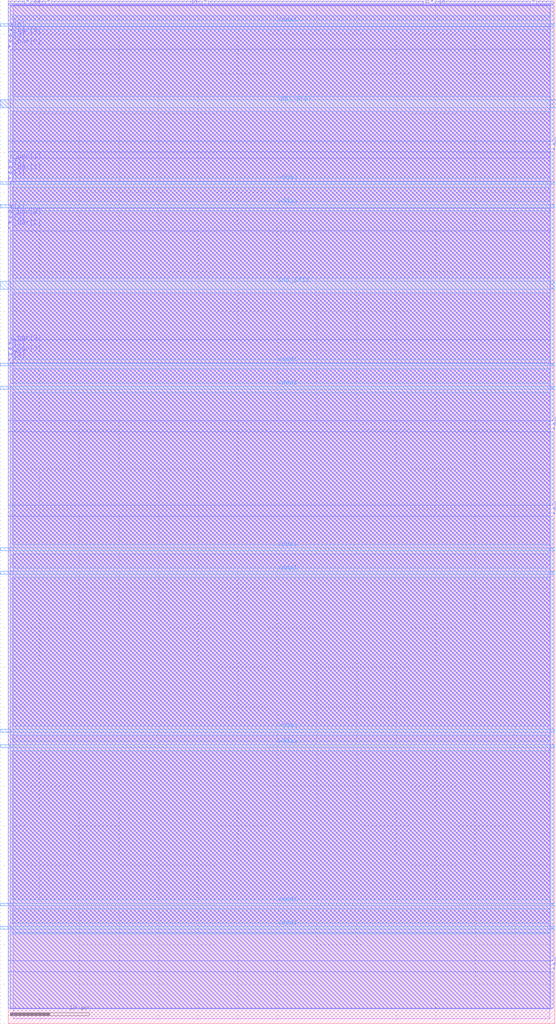
<source format=lef>
VERSION 5.7 ;
  NOWIREEXTENSIONATPIN ON ;
  DIVIDERCHAR "/" ;
  BUSBITCHARS "[]" ;
MACRO bitfour_EESPFAL_switch_2
  CLASS BLOCK ;
  FOREIGN bitfour_EESPFAL_switch_2 ;
  ORIGIN -1.040 0.000 ;
  SIZE 68.980 BY 129.320 ;
  PIN vdda1
    ANTENNADIFFAREA 170.360397 ;
    PORT
      LAYER met3 ;
        RECT 0.000 103.075 70.020 103.405 ;
    END
    PORT
      LAYER met3 ;
        RECT 0.000 80.155 70.020 80.485 ;
    END
    PORT
      LAYER met3 ;
        RECT 0.000 83.115 70.020 83.445 ;
    END
    PORT
      LAYER met3 ;
        RECT 0.000 106.035 70.020 106.365 ;
    END
    PORT
      LAYER met3 ;
        RECT 0.000 125.995 70.020 126.325 ;
    END
    PORT
      LAYER met3 ;
        RECT 0.000 11.955 70.020 12.285 ;
    END
    PORT
      LAYER met3 ;
        RECT 0.000 14.915 70.020 15.245 ;
    END
    PORT
      LAYER met3 ;
        RECT 0.000 34.875 70.020 35.205 ;
    END
    PORT
      LAYER met3 ;
        RECT 0.000 36.835 70.020 37.165 ;
    END
    PORT
      LAYER met3 ;
        RECT 0.000 56.795 70.020 57.125 ;
    END
    PORT
      LAYER met3 ;
        RECT 0.000 59.755 70.020 60.085 ;
    END
  END vdda1
  PIN GND_GPIO
    ANTENNADIFFAREA 264.740479 ;
    PORT
      LAYER met3 ;
        RECT 0.000 115.660 70.220 116.700 ;
    END
    PORT
      LAYER met3 ;
        RECT 0.000 92.735 70.020 93.775 ;
    END
  END GND_GPIO
  PIN k[2]
    ANTENNAGATEAREA 0.450000 ;
    PORT
      LAYER met1 ;
        RECT 1.040 101.110 1.240 101.310 ;
    END
  END k[2]
  PIN k_bar[2]
    ANTENNAGATEAREA 0.450000 ;
    PORT
      LAYER met1 ;
        RECT 1.040 100.405 1.240 100.605 ;
    END
  END k_bar[2]
  PIN x_bar[2]
    ANTENNAGATEAREA 0.450000 ;
    PORT
      LAYER met1 ;
        RECT 1.040 101.810 1.240 102.010 ;
    END
  END x_bar[2]
  PIN CLK[2]
    ANTENNADIFFAREA 49.500000 ;
    PORT
      LAYER met1 ;
        RECT 55.590 128.820 56.090 129.320 ;
    END
  END CLK[2]
  PIN x[0]
    ANTENNAGATEAREA 0.450000 ;
    PORT
      LAYER met1 ;
        RECT 1.040 125.440 1.240 125.640 ;
    END
  END x[0]
  PIN x_bar[0]
    ANTENNAGATEAREA 0.450000 ;
    PORT
      LAYER met1 ;
        RECT 1.040 124.735 1.240 124.935 ;
    END
  END x_bar[0]
  PIN k[0]
    ANTENNAGATEAREA 0.450000 ;
    PORT
      LAYER met1 ;
        RECT 1.040 124.035 1.240 124.235 ;
    END
  END k[0]
  PIN k_bar[0]
    ANTENNAGATEAREA 0.450000 ;
    PORT
      LAYER met1 ;
        RECT 1.040 123.330 1.240 123.530 ;
    END
  END k_bar[0]
  PIN k_bar[1]
    ANTENNAGATEAREA 0.450000 ;
    PORT
      LAYER met1 ;
        RECT 1.040 108.825 1.240 109.025 ;
    END
  END k_bar[1]
  PIN k[1]
    ANTENNAGATEAREA 0.450000 ;
    PORT
      LAYER met1 ;
        RECT 1.040 108.120 1.240 108.320 ;
    END
  END k[1]
  PIN x_bar[1]
    ANTENNAGATEAREA 0.450000 ;
    PORT
      LAYER met1 ;
        RECT 1.040 107.420 1.240 107.620 ;
    END
  END x_bar[1]
  PIN x[1]
    ANTENNAGATEAREA 0.450000 ;
    PORT
      LAYER met1 ;
        RECT 1.040 106.715 1.240 106.915 ;
    END
  END x[1]
  PIN x[2]
    ANTENNAGATEAREA 0.450000 ;
    PORT
      LAYER met1 ;
        RECT 1.040 102.515 1.240 102.715 ;
    END
  END x[2]
  PIN k[3]
    ANTENNAGATEAREA 0.450000 ;
    PORT
      LAYER met1 ;
        RECT 1.040 85.195 1.240 85.395 ;
    END
  END k[3]
  PIN k_bar[3]
    ANTENNAGATEAREA 0.450000 ;
    PORT
      LAYER met1 ;
        RECT 1.040 85.900 1.240 86.100 ;
    END
  END k_bar[3]
  PIN x_bar[3]
    ANTENNAGATEAREA 0.450000 ;
    PORT
      LAYER met1 ;
        RECT 1.040 84.495 1.240 84.695 ;
    END
  END x_bar[3]
  PIN x[3]
    ANTENNAGATEAREA 0.450000 ;
    PORT
      LAYER met1 ;
        RECT 1.040 83.790 1.240 83.990 ;
    END
  END x[3]
  PIN CLK[0]
    ANTENNADIFFAREA 18.000000 ;
    PORT
      LAYER met1 ;
        RECT 4.435 128.820 4.935 129.320 ;
    END
  END CLK[0]
  PIN CLK[1]
    ANTENNADIFFAREA 83.699997 ;
    PORT
      LAYER met1 ;
        RECT 24.340 128.820 24.840 129.320 ;
    END
  END CLK[1]
  PIN s[3]
    ANTENNAGATEAREA 0.675000 ;
    ANTENNADIFFAREA 3.600000 ;
    PORT
      LAYER met2 ;
        RECT 69.820 6.855 70.020 7.055 ;
    END
  END s[3]
  PIN s_bar[3]
    ANTENNAGATEAREA 0.675000 ;
    ANTENNADIFFAREA 2.700000 ;
    PORT
      LAYER met2 ;
        RECT 69.820 7.455 70.020 7.655 ;
    END
  END s_bar[3]
  PIN s[2]
    ANTENNAGATEAREA 0.675000 ;
    ANTENNADIFFAREA 3.600000 ;
    PORT
      LAYER met2 ;
        RECT 69.820 64.985 70.020 65.185 ;
    END
  END s[2]
  PIN s_bar[2]
    ANTENNAGATEAREA 0.675000 ;
    ANTENNADIFFAREA 2.700000 ;
    PORT
      LAYER met2 ;
        RECT 69.820 64.385 70.020 64.585 ;
    END
  END s_bar[2]
  PIN s_bar[1]
    ANTENNAGATEAREA 0.675000 ;
    ANTENNADIFFAREA 2.700000 ;
    PORT
      LAYER met2 ;
        RECT 69.820 75.655 70.020 75.855 ;
    END
  END s_bar[1]
  PIN s[1]
    ANTENNAGATEAREA 0.675000 ;
    ANTENNADIFFAREA 3.600000 ;
    PORT
      LAYER met2 ;
        RECT 69.820 75.055 70.020 75.255 ;
    END
  END s[1]
  PIN s[0]
    ANTENNAGATEAREA 0.675000 ;
    ANTENNADIFFAREA 3.600000 ;
    PORT
      LAYER met2 ;
        RECT 69.820 111.000 70.020 111.200 ;
    END
  END s[0]
  PIN s_bar[0]
    ANTENNAGATEAREA 0.675000 ;
    ANTENNADIFFAREA 3.600000 ;
    PORT
      LAYER met2 ;
        RECT 69.820 110.400 70.020 110.600 ;
    END
  END s_bar[0]
  PIN Dis[0]
    ANTENNAGATEAREA 1.800000 ;
    PORT
      LAYER met2 ;
        RECT 3.370 129.120 3.570 129.320 ;
    END
  END Dis[0]
  PIN Dis_Phase
    ANTENNAGATEAREA 1.800000 ;
    PORT
      LAYER met2 ;
        RECT 6.015 129.120 6.215 129.320 ;
    END
  END Dis_Phase
  PIN Dis[1]
    ANTENNAGATEAREA 8.099999 ;
    PORT
      LAYER met2 ;
        RECT 25.800 129.120 26.000 129.320 ;
    END
  END Dis[1]
  PIN CLK[3]
    ANTENNADIFFAREA 20.699999 ;
    PORT
      LAYER met2 ;
        RECT 53.710 128.920 54.110 129.320 ;
    END
  END CLK[3]
  PIN Dis[3]
    ANTENNAGATEAREA 1.800000 ;
    PORT
      LAYER met2 ;
        RECT 54.440 129.120 54.640 129.320 ;
    END
  END Dis[3]
  PIN Dis[2]
    ANTENNAGATEAREA 4.950000 ;
    PORT
      LAYER met2 ;
        RECT 67.245 129.120 67.445 129.320 ;
    END
  END Dis[2]
  OBS
      LAYER li1 ;
        RECT 1.670 0.630 69.390 128.690 ;
      LAYER met1 ;
        RECT 1.240 128.540 4.155 128.820 ;
        RECT 5.215 128.540 24.060 128.820 ;
        RECT 25.120 128.540 55.310 128.820 ;
        RECT 56.370 128.540 69.505 128.820 ;
        RECT 1.240 125.920 69.505 128.540 ;
        RECT 1.520 123.050 69.505 125.920 ;
        RECT 1.240 109.305 69.505 123.050 ;
        RECT 1.520 106.435 69.505 109.305 ;
        RECT 1.240 102.995 69.505 106.435 ;
        RECT 1.520 100.125 69.505 102.995 ;
        RECT 1.240 86.380 69.505 100.125 ;
        RECT 1.520 83.510 69.505 86.380 ;
        RECT 1.240 1.890 69.505 83.510 ;
      LAYER met2 ;
        RECT 1.040 128.840 3.090 129.120 ;
        RECT 3.850 128.840 5.735 129.120 ;
        RECT 6.495 128.840 25.520 129.120 ;
        RECT 26.280 128.840 53.430 129.120 ;
        RECT 54.920 128.840 66.965 129.120 ;
        RECT 67.725 128.840 69.820 129.120 ;
        RECT 1.040 128.640 53.430 128.840 ;
        RECT 54.390 128.640 69.820 128.840 ;
        RECT 1.040 116.700 69.820 128.640 ;
        RECT 0.000 115.660 69.820 116.700 ;
        RECT 1.040 111.480 69.820 115.660 ;
        RECT 1.040 110.120 69.540 111.480 ;
        RECT 1.040 76.135 69.820 110.120 ;
        RECT 1.040 74.775 69.540 76.135 ;
        RECT 1.040 65.465 69.820 74.775 ;
        RECT 1.040 64.105 69.540 65.465 ;
        RECT 1.040 7.935 69.820 64.105 ;
        RECT 1.040 6.575 69.540 7.935 ;
        RECT 1.040 1.940 69.820 6.575 ;
      LAYER met3 ;
        RECT 1.505 126.725 69.555 127.295 ;
        RECT 1.505 117.100 69.555 125.595 ;
        RECT 1.505 106.765 69.555 115.260 ;
        RECT 1.505 103.805 69.555 105.635 ;
        RECT 1.505 94.175 69.555 102.675 ;
        RECT 1.505 83.845 69.555 92.335 ;
        RECT 1.505 80.885 69.555 82.715 ;
        RECT 1.505 60.485 69.555 79.755 ;
        RECT 1.505 57.525 69.555 59.355 ;
        RECT 1.505 37.565 69.555 56.395 ;
        RECT 1.505 35.605 69.555 36.435 ;
        RECT 1.505 15.645 69.555 34.475 ;
        RECT 1.505 12.685 69.555 14.515 ;
        RECT 1.505 11.395 69.555 11.555 ;
  END
END bitfour_EESPFAL_switch_2
END LIBRARY


</source>
